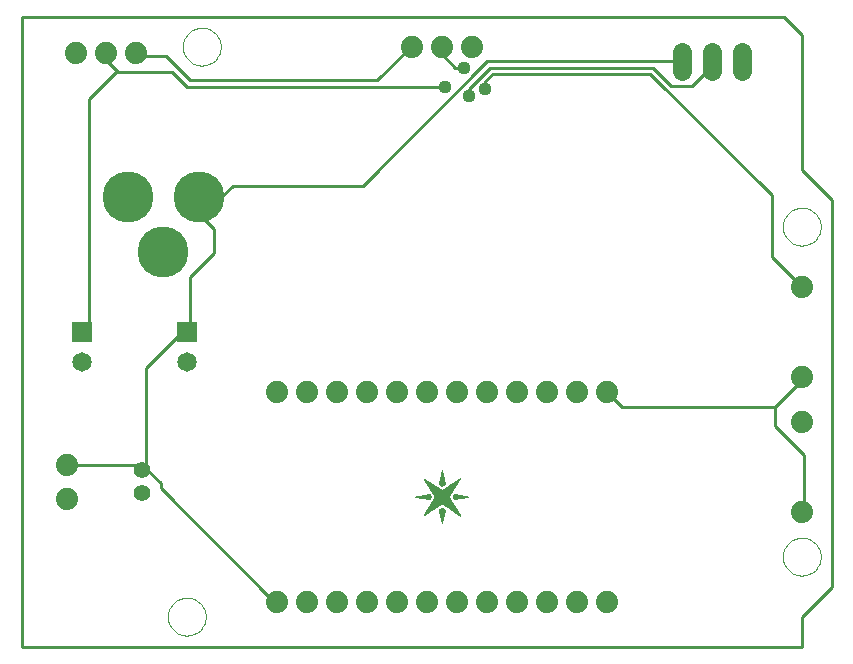
<source format=gtl>
G75*
G70*
%OFA0B0*%
%FSLAX24Y24*%
%IPPOS*%
%LPD*%
%AMOC8*
5,1,8,0,0,1.08239X$1,22.5*
%
%ADD10C,0.0100*%
%ADD11C,0.0000*%
%ADD12C,0.0740*%
%ADD13C,0.0640*%
%ADD14R,0.0650X0.0650*%
%ADD15C,0.0650*%
%ADD16C,0.0560*%
%ADD17C,0.1700*%
%ADD18C,0.0010*%
%ADD19C,0.0440*%
D10*
X000300Y000325D02*
X000300Y021325D01*
X025700Y021325D01*
X026300Y020725D01*
X026300Y016225D01*
X027300Y015225D01*
X027300Y002325D01*
X026300Y001325D01*
X026300Y000325D01*
X000300Y000325D01*
X004940Y005605D02*
X008720Y001825D01*
X008800Y001825D01*
X004940Y005605D02*
X004940Y005765D01*
X004415Y006290D01*
X004344Y006219D01*
X004300Y006219D01*
X004300Y006275D01*
X004200Y006375D01*
X001800Y006375D01*
X001800Y006395D01*
X004300Y006219D02*
X004450Y006325D01*
X004450Y009625D01*
X005650Y010825D01*
X005800Y010825D01*
X005900Y010925D01*
X005900Y012645D01*
X006700Y013445D01*
X006700Y014245D01*
X006380Y014565D01*
X006380Y015365D01*
X006234Y015365D01*
X006194Y015325D01*
X006380Y015365D02*
X007020Y015365D01*
X007340Y015685D01*
X011660Y015685D01*
X015820Y019845D01*
X022280Y019845D01*
X022300Y019825D01*
X022650Y019025D02*
X023300Y019675D01*
X023300Y019825D01*
X022650Y019025D02*
X021950Y019025D01*
X021350Y019625D01*
X015900Y019625D01*
X015200Y018925D01*
X015200Y018675D01*
X015750Y018925D02*
X015750Y019175D01*
X016000Y019425D01*
X021250Y019425D01*
X025300Y015375D01*
X025300Y013325D01*
X026300Y012325D01*
X026300Y009325D02*
X026300Y009205D01*
X025420Y008325D01*
X025420Y007685D01*
X026380Y006725D01*
X026380Y004905D01*
X026300Y004825D01*
X025420Y008325D02*
X020300Y008325D01*
X019800Y008825D01*
X005860Y010885D02*
X005800Y010825D01*
X002550Y011075D02*
X002300Y010825D01*
X002550Y011075D02*
X002550Y018575D01*
X003475Y019500D01*
X003100Y019875D01*
X003100Y020125D01*
X003475Y019500D02*
X003500Y019475D01*
X005300Y019475D01*
X005800Y018975D01*
X014400Y018975D01*
X014750Y019625D02*
X014300Y020075D01*
X014300Y020325D01*
X014750Y019625D02*
X015050Y019625D01*
X013300Y020325D02*
X013260Y020325D01*
X012140Y019205D01*
X005900Y019205D01*
X005100Y020005D01*
X004140Y020005D01*
X004100Y020125D01*
D11*
X005670Y020325D02*
X005672Y020375D01*
X005678Y020425D01*
X005688Y020474D01*
X005702Y020522D01*
X005719Y020569D01*
X005740Y020614D01*
X005765Y020658D01*
X005793Y020699D01*
X005825Y020738D01*
X005859Y020775D01*
X005896Y020809D01*
X005936Y020839D01*
X005978Y020866D01*
X006022Y020890D01*
X006068Y020911D01*
X006115Y020927D01*
X006163Y020940D01*
X006213Y020949D01*
X006262Y020954D01*
X006313Y020955D01*
X006363Y020952D01*
X006412Y020945D01*
X006461Y020934D01*
X006509Y020919D01*
X006555Y020901D01*
X006600Y020879D01*
X006643Y020853D01*
X006684Y020824D01*
X006723Y020792D01*
X006759Y020757D01*
X006791Y020719D01*
X006821Y020679D01*
X006848Y020636D01*
X006871Y020592D01*
X006890Y020546D01*
X006906Y020498D01*
X006918Y020449D01*
X006926Y020400D01*
X006930Y020350D01*
X006930Y020300D01*
X006926Y020250D01*
X006918Y020201D01*
X006906Y020152D01*
X006890Y020104D01*
X006871Y020058D01*
X006848Y020014D01*
X006821Y019971D01*
X006791Y019931D01*
X006759Y019893D01*
X006723Y019858D01*
X006684Y019826D01*
X006643Y019797D01*
X006600Y019771D01*
X006555Y019749D01*
X006509Y019731D01*
X006461Y019716D01*
X006412Y019705D01*
X006363Y019698D01*
X006313Y019695D01*
X006262Y019696D01*
X006213Y019701D01*
X006163Y019710D01*
X006115Y019723D01*
X006068Y019739D01*
X006022Y019760D01*
X005978Y019784D01*
X005936Y019811D01*
X005896Y019841D01*
X005859Y019875D01*
X005825Y019912D01*
X005793Y019951D01*
X005765Y019992D01*
X005740Y020036D01*
X005719Y020081D01*
X005702Y020128D01*
X005688Y020176D01*
X005678Y020225D01*
X005672Y020275D01*
X005670Y020325D01*
X025670Y014325D02*
X025672Y014375D01*
X025678Y014425D01*
X025688Y014474D01*
X025702Y014522D01*
X025719Y014569D01*
X025740Y014614D01*
X025765Y014658D01*
X025793Y014699D01*
X025825Y014738D01*
X025859Y014775D01*
X025896Y014809D01*
X025936Y014839D01*
X025978Y014866D01*
X026022Y014890D01*
X026068Y014911D01*
X026115Y014927D01*
X026163Y014940D01*
X026213Y014949D01*
X026262Y014954D01*
X026313Y014955D01*
X026363Y014952D01*
X026412Y014945D01*
X026461Y014934D01*
X026509Y014919D01*
X026555Y014901D01*
X026600Y014879D01*
X026643Y014853D01*
X026684Y014824D01*
X026723Y014792D01*
X026759Y014757D01*
X026791Y014719D01*
X026821Y014679D01*
X026848Y014636D01*
X026871Y014592D01*
X026890Y014546D01*
X026906Y014498D01*
X026918Y014449D01*
X026926Y014400D01*
X026930Y014350D01*
X026930Y014300D01*
X026926Y014250D01*
X026918Y014201D01*
X026906Y014152D01*
X026890Y014104D01*
X026871Y014058D01*
X026848Y014014D01*
X026821Y013971D01*
X026791Y013931D01*
X026759Y013893D01*
X026723Y013858D01*
X026684Y013826D01*
X026643Y013797D01*
X026600Y013771D01*
X026555Y013749D01*
X026509Y013731D01*
X026461Y013716D01*
X026412Y013705D01*
X026363Y013698D01*
X026313Y013695D01*
X026262Y013696D01*
X026213Y013701D01*
X026163Y013710D01*
X026115Y013723D01*
X026068Y013739D01*
X026022Y013760D01*
X025978Y013784D01*
X025936Y013811D01*
X025896Y013841D01*
X025859Y013875D01*
X025825Y013912D01*
X025793Y013951D01*
X025765Y013992D01*
X025740Y014036D01*
X025719Y014081D01*
X025702Y014128D01*
X025688Y014176D01*
X025678Y014225D01*
X025672Y014275D01*
X025670Y014325D01*
X025670Y003325D02*
X025672Y003375D01*
X025678Y003425D01*
X025688Y003474D01*
X025702Y003522D01*
X025719Y003569D01*
X025740Y003614D01*
X025765Y003658D01*
X025793Y003699D01*
X025825Y003738D01*
X025859Y003775D01*
X025896Y003809D01*
X025936Y003839D01*
X025978Y003866D01*
X026022Y003890D01*
X026068Y003911D01*
X026115Y003927D01*
X026163Y003940D01*
X026213Y003949D01*
X026262Y003954D01*
X026313Y003955D01*
X026363Y003952D01*
X026412Y003945D01*
X026461Y003934D01*
X026509Y003919D01*
X026555Y003901D01*
X026600Y003879D01*
X026643Y003853D01*
X026684Y003824D01*
X026723Y003792D01*
X026759Y003757D01*
X026791Y003719D01*
X026821Y003679D01*
X026848Y003636D01*
X026871Y003592D01*
X026890Y003546D01*
X026906Y003498D01*
X026918Y003449D01*
X026926Y003400D01*
X026930Y003350D01*
X026930Y003300D01*
X026926Y003250D01*
X026918Y003201D01*
X026906Y003152D01*
X026890Y003104D01*
X026871Y003058D01*
X026848Y003014D01*
X026821Y002971D01*
X026791Y002931D01*
X026759Y002893D01*
X026723Y002858D01*
X026684Y002826D01*
X026643Y002797D01*
X026600Y002771D01*
X026555Y002749D01*
X026509Y002731D01*
X026461Y002716D01*
X026412Y002705D01*
X026363Y002698D01*
X026313Y002695D01*
X026262Y002696D01*
X026213Y002701D01*
X026163Y002710D01*
X026115Y002723D01*
X026068Y002739D01*
X026022Y002760D01*
X025978Y002784D01*
X025936Y002811D01*
X025896Y002841D01*
X025859Y002875D01*
X025825Y002912D01*
X025793Y002951D01*
X025765Y002992D01*
X025740Y003036D01*
X025719Y003081D01*
X025702Y003128D01*
X025688Y003176D01*
X025678Y003225D01*
X025672Y003275D01*
X025670Y003325D01*
X005170Y001325D02*
X005172Y001375D01*
X005178Y001425D01*
X005188Y001474D01*
X005202Y001522D01*
X005219Y001569D01*
X005240Y001614D01*
X005265Y001658D01*
X005293Y001699D01*
X005325Y001738D01*
X005359Y001775D01*
X005396Y001809D01*
X005436Y001839D01*
X005478Y001866D01*
X005522Y001890D01*
X005568Y001911D01*
X005615Y001927D01*
X005663Y001940D01*
X005713Y001949D01*
X005762Y001954D01*
X005813Y001955D01*
X005863Y001952D01*
X005912Y001945D01*
X005961Y001934D01*
X006009Y001919D01*
X006055Y001901D01*
X006100Y001879D01*
X006143Y001853D01*
X006184Y001824D01*
X006223Y001792D01*
X006259Y001757D01*
X006291Y001719D01*
X006321Y001679D01*
X006348Y001636D01*
X006371Y001592D01*
X006390Y001546D01*
X006406Y001498D01*
X006418Y001449D01*
X006426Y001400D01*
X006430Y001350D01*
X006430Y001300D01*
X006426Y001250D01*
X006418Y001201D01*
X006406Y001152D01*
X006390Y001104D01*
X006371Y001058D01*
X006348Y001014D01*
X006321Y000971D01*
X006291Y000931D01*
X006259Y000893D01*
X006223Y000858D01*
X006184Y000826D01*
X006143Y000797D01*
X006100Y000771D01*
X006055Y000749D01*
X006009Y000731D01*
X005961Y000716D01*
X005912Y000705D01*
X005863Y000698D01*
X005813Y000695D01*
X005762Y000696D01*
X005713Y000701D01*
X005663Y000710D01*
X005615Y000723D01*
X005568Y000739D01*
X005522Y000760D01*
X005478Y000784D01*
X005436Y000811D01*
X005396Y000841D01*
X005359Y000875D01*
X005325Y000912D01*
X005293Y000951D01*
X005265Y000992D01*
X005240Y001036D01*
X005219Y001081D01*
X005202Y001128D01*
X005188Y001176D01*
X005178Y001225D01*
X005172Y001275D01*
X005170Y001325D01*
D12*
X008800Y001825D03*
X009800Y001825D03*
X010800Y001825D03*
X011800Y001825D03*
X012800Y001825D03*
X013800Y001825D03*
X014800Y001825D03*
X015800Y001825D03*
X016800Y001825D03*
X017800Y001825D03*
X018800Y001825D03*
X019800Y001825D03*
X026300Y004825D03*
X026300Y007825D03*
X026300Y009325D03*
X026300Y012325D03*
X019800Y008825D03*
X018800Y008825D03*
X017800Y008825D03*
X016800Y008825D03*
X015800Y008825D03*
X014800Y008825D03*
X013800Y008825D03*
X012800Y008825D03*
X011800Y008825D03*
X010800Y008825D03*
X009800Y008825D03*
X008800Y008825D03*
X001800Y006395D03*
X001800Y005255D03*
X002100Y020125D03*
X003100Y020125D03*
X004100Y020125D03*
X013300Y020325D03*
X014300Y020325D03*
X015300Y020325D03*
D13*
X022300Y020145D02*
X022300Y019505D01*
X023300Y019505D02*
X023300Y020145D01*
X024300Y020145D02*
X024300Y019505D01*
D14*
X005800Y010825D03*
X002300Y010825D03*
D15*
X002300Y009825D03*
X005800Y009825D03*
D16*
X004300Y006219D03*
X004300Y005431D03*
D17*
X005013Y013475D03*
X006194Y015325D03*
X003831Y015325D03*
D18*
X014300Y006205D02*
X014400Y005745D01*
X014300Y005685D01*
X014200Y005745D01*
X014300Y006205D01*
X014299Y006199D02*
X014301Y006199D01*
X014297Y006190D02*
X014303Y006190D01*
X014305Y006182D02*
X014295Y006182D01*
X014293Y006173D02*
X014307Y006173D01*
X014309Y006165D02*
X014291Y006165D01*
X014289Y006156D02*
X014311Y006156D01*
X014312Y006148D02*
X014288Y006148D01*
X014286Y006139D02*
X014314Y006139D01*
X014316Y006131D02*
X014284Y006131D01*
X014282Y006122D02*
X014318Y006122D01*
X014320Y006114D02*
X014280Y006114D01*
X014278Y006105D02*
X014322Y006105D01*
X014324Y006097D02*
X014276Y006097D01*
X014275Y006088D02*
X014325Y006088D01*
X014327Y006080D02*
X014273Y006080D01*
X014271Y006071D02*
X014329Y006071D01*
X014331Y006063D02*
X014269Y006063D01*
X014267Y006054D02*
X014333Y006054D01*
X014335Y006046D02*
X014265Y006046D01*
X014264Y006037D02*
X014336Y006037D01*
X014338Y006029D02*
X014262Y006029D01*
X014260Y006020D02*
X014340Y006020D01*
X014342Y006012D02*
X014258Y006012D01*
X014256Y006003D02*
X014344Y006003D01*
X014346Y005995D02*
X014254Y005995D01*
X014252Y005986D02*
X014348Y005986D01*
X014349Y005978D02*
X014251Y005978D01*
X014249Y005969D02*
X014351Y005969D01*
X014353Y005961D02*
X014247Y005961D01*
X014245Y005952D02*
X014355Y005952D01*
X014357Y005944D02*
X014243Y005944D01*
X014241Y005935D02*
X014359Y005935D01*
X014361Y005927D02*
X014239Y005927D01*
X014238Y005918D02*
X014362Y005918D01*
X014364Y005910D02*
X014236Y005910D01*
X014234Y005901D02*
X014366Y005901D01*
X014368Y005893D02*
X014232Y005893D01*
X014230Y005884D02*
X014370Y005884D01*
X014372Y005876D02*
X014228Y005876D01*
X014227Y005867D02*
X014373Y005867D01*
X014375Y005859D02*
X014225Y005859D01*
X014223Y005850D02*
X014377Y005850D01*
X014379Y005842D02*
X014221Y005842D01*
X014219Y005833D02*
X014381Y005833D01*
X014383Y005825D02*
X014217Y005825D01*
X014215Y005816D02*
X014385Y005816D01*
X014386Y005808D02*
X014214Y005808D01*
X014212Y005799D02*
X014388Y005799D01*
X014390Y005791D02*
X014210Y005791D01*
X014208Y005782D02*
X014392Y005782D01*
X014394Y005774D02*
X014206Y005774D01*
X014204Y005765D02*
X014396Y005765D01*
X014397Y005757D02*
X014203Y005757D01*
X014201Y005748D02*
X014399Y005748D01*
X014391Y005740D02*
X014209Y005740D01*
X014223Y005731D02*
X014377Y005731D01*
X014363Y005723D02*
X014237Y005723D01*
X014251Y005714D02*
X014349Y005714D01*
X014334Y005706D02*
X014266Y005706D01*
X014280Y005697D02*
X014320Y005697D01*
X014306Y005689D02*
X014294Y005689D01*
X014233Y005587D02*
X013904Y005587D01*
X013899Y005595D02*
X014219Y005595D01*
X014206Y005604D02*
X013894Y005604D01*
X013888Y005612D02*
X014192Y005612D01*
X014179Y005621D02*
X013883Y005621D01*
X013877Y005629D02*
X014165Y005629D01*
X014151Y005638D02*
X013872Y005638D01*
X013867Y005646D02*
X014138Y005646D01*
X014124Y005655D02*
X013861Y005655D01*
X013856Y005663D02*
X014110Y005663D01*
X014097Y005672D02*
X013850Y005672D01*
X013845Y005680D02*
X014083Y005680D01*
X014069Y005689D02*
X013840Y005689D01*
X013834Y005697D02*
X014056Y005697D01*
X014042Y005706D02*
X013829Y005706D01*
X013824Y005714D02*
X014028Y005714D01*
X014015Y005723D02*
X013818Y005723D01*
X013813Y005731D02*
X014001Y005731D01*
X013988Y005740D02*
X013807Y005740D01*
X013802Y005748D02*
X013974Y005748D01*
X013960Y005757D02*
X013797Y005757D01*
X013791Y005765D02*
X013947Y005765D01*
X013933Y005774D02*
X013786Y005774D01*
X013780Y005782D02*
X013919Y005782D01*
X013906Y005791D02*
X013775Y005791D01*
X013770Y005799D02*
X013892Y005799D01*
X013878Y005808D02*
X013764Y005808D01*
X013759Y005816D02*
X013865Y005816D01*
X013851Y005825D02*
X013754Y005825D01*
X013748Y005833D02*
X013837Y005833D01*
X013824Y005842D02*
X013743Y005842D01*
X013737Y005850D02*
X013810Y005850D01*
X013796Y005859D02*
X013732Y005859D01*
X013727Y005867D02*
X013783Y005867D01*
X013769Y005876D02*
X013721Y005876D01*
X013716Y005884D02*
X013756Y005884D01*
X013742Y005893D02*
X013710Y005893D01*
X013705Y005901D02*
X013728Y005901D01*
X013715Y005910D02*
X013700Y005910D01*
X013701Y005918D02*
X013694Y005918D01*
X013690Y005925D02*
X014300Y005545D01*
X014900Y005935D01*
X014520Y005325D01*
X014920Y004695D01*
X014300Y005105D01*
X013690Y004705D01*
X014070Y005325D01*
X013690Y005925D01*
X013910Y005578D02*
X014247Y005578D01*
X014260Y005570D02*
X013915Y005570D01*
X013920Y005561D02*
X014274Y005561D01*
X014288Y005553D02*
X013926Y005553D01*
X013931Y005544D02*
X014657Y005544D01*
X014662Y005553D02*
X014312Y005553D01*
X014325Y005561D02*
X014667Y005561D01*
X014672Y005570D02*
X014338Y005570D01*
X014351Y005578D02*
X014678Y005578D01*
X014683Y005587D02*
X014364Y005587D01*
X014377Y005595D02*
X014688Y005595D01*
X014694Y005604D02*
X014390Y005604D01*
X014403Y005612D02*
X014699Y005612D01*
X014704Y005621D02*
X014416Y005621D01*
X014429Y005629D02*
X014709Y005629D01*
X014715Y005638D02*
X014443Y005638D01*
X014456Y005646D02*
X014720Y005646D01*
X014725Y005655D02*
X014469Y005655D01*
X014482Y005663D02*
X014731Y005663D01*
X014736Y005672D02*
X014495Y005672D01*
X014508Y005680D02*
X014741Y005680D01*
X014747Y005689D02*
X014521Y005689D01*
X014534Y005697D02*
X014752Y005697D01*
X014757Y005706D02*
X014547Y005706D01*
X014560Y005714D02*
X014762Y005714D01*
X014768Y005723D02*
X014573Y005723D01*
X014586Y005731D02*
X014773Y005731D01*
X014778Y005740D02*
X014599Y005740D01*
X014613Y005748D02*
X014784Y005748D01*
X014789Y005757D02*
X014626Y005757D01*
X014639Y005765D02*
X014794Y005765D01*
X014799Y005774D02*
X014652Y005774D01*
X014665Y005782D02*
X014805Y005782D01*
X014810Y005791D02*
X014678Y005791D01*
X014691Y005799D02*
X014815Y005799D01*
X014821Y005808D02*
X014704Y005808D01*
X014717Y005816D02*
X014826Y005816D01*
X014831Y005825D02*
X014730Y005825D01*
X014743Y005833D02*
X014837Y005833D01*
X014842Y005842D02*
X014756Y005842D01*
X014769Y005850D02*
X014847Y005850D01*
X014852Y005859D02*
X014783Y005859D01*
X014796Y005867D02*
X014858Y005867D01*
X014863Y005876D02*
X014809Y005876D01*
X014822Y005884D02*
X014868Y005884D01*
X014874Y005893D02*
X014835Y005893D01*
X014848Y005901D02*
X014879Y005901D01*
X014884Y005910D02*
X014861Y005910D01*
X014874Y005918D02*
X014890Y005918D01*
X014887Y005927D02*
X014895Y005927D01*
X014651Y005536D02*
X013937Y005536D01*
X013942Y005527D02*
X014646Y005527D01*
X014641Y005519D02*
X013947Y005519D01*
X013953Y005510D02*
X014635Y005510D01*
X014630Y005502D02*
X013958Y005502D01*
X013964Y005493D02*
X014625Y005493D01*
X014619Y005485D02*
X013969Y005485D01*
X013974Y005476D02*
X014614Y005476D01*
X014609Y005468D02*
X013980Y005468D01*
X013985Y005459D02*
X014604Y005459D01*
X014598Y005451D02*
X013990Y005451D01*
X013996Y005442D02*
X014593Y005442D01*
X014588Y005434D02*
X014001Y005434D01*
X014007Y005425D02*
X014582Y005425D01*
X014577Y005417D02*
X014012Y005417D01*
X014017Y005408D02*
X014572Y005408D01*
X014567Y005400D02*
X014023Y005400D01*
X014028Y005391D02*
X014561Y005391D01*
X014556Y005383D02*
X014033Y005383D01*
X014039Y005374D02*
X014551Y005374D01*
X014545Y005366D02*
X014044Y005366D01*
X014050Y005357D02*
X014540Y005357D01*
X014535Y005349D02*
X014055Y005349D01*
X014060Y005340D02*
X014529Y005340D01*
X014524Y005332D02*
X014066Y005332D01*
X014069Y005323D02*
X014521Y005323D01*
X014527Y005315D02*
X014064Y005315D01*
X014058Y005306D02*
X014532Y005306D01*
X014537Y005298D02*
X014053Y005298D01*
X014048Y005289D02*
X014543Y005289D01*
X014548Y005281D02*
X014043Y005281D01*
X014038Y005272D02*
X014554Y005272D01*
X014559Y005264D02*
X014032Y005264D01*
X014027Y005255D02*
X014564Y005255D01*
X014570Y005247D02*
X014022Y005247D01*
X014017Y005238D02*
X014575Y005238D01*
X014581Y005230D02*
X014012Y005230D01*
X014006Y005221D02*
X014586Y005221D01*
X014591Y005213D02*
X014001Y005213D01*
X013996Y005204D02*
X014597Y005204D01*
X014602Y005196D02*
X013991Y005196D01*
X013986Y005187D02*
X014608Y005187D01*
X014613Y005179D02*
X013980Y005179D01*
X013975Y005170D02*
X014618Y005170D01*
X014624Y005162D02*
X013970Y005162D01*
X013965Y005153D02*
X014629Y005153D01*
X014635Y005145D02*
X013959Y005145D01*
X013954Y005136D02*
X014640Y005136D01*
X014645Y005128D02*
X013949Y005128D01*
X013944Y005119D02*
X014651Y005119D01*
X014656Y005111D02*
X013939Y005111D01*
X013933Y005102D02*
X014296Y005102D01*
X014304Y005102D02*
X014661Y005102D01*
X014667Y005094D02*
X014317Y005094D01*
X014330Y005085D02*
X014672Y005085D01*
X014678Y005077D02*
X014343Y005077D01*
X014356Y005068D02*
X014683Y005068D01*
X014688Y005060D02*
X014369Y005060D01*
X014381Y005051D02*
X014694Y005051D01*
X014699Y005043D02*
X014394Y005043D01*
X014407Y005034D02*
X014705Y005034D01*
X014710Y005026D02*
X014420Y005026D01*
X014433Y005017D02*
X014715Y005017D01*
X014721Y005009D02*
X014446Y005009D01*
X014459Y005000D02*
X014726Y005000D01*
X014732Y004992D02*
X014471Y004992D01*
X014484Y004983D02*
X014737Y004983D01*
X014742Y004975D02*
X014497Y004975D01*
X014510Y004966D02*
X014748Y004966D01*
X014753Y004958D02*
X014523Y004958D01*
X014536Y004949D02*
X014759Y004949D01*
X014764Y004941D02*
X014549Y004941D01*
X014561Y004932D02*
X014769Y004932D01*
X014775Y004924D02*
X014574Y004924D01*
X014587Y004915D02*
X014780Y004915D01*
X014786Y004907D02*
X014600Y004907D01*
X014613Y004898D02*
X014791Y004898D01*
X014796Y004890D02*
X014626Y004890D01*
X014639Y004881D02*
X014802Y004881D01*
X014807Y004873D02*
X014651Y004873D01*
X014664Y004864D02*
X014813Y004864D01*
X014818Y004856D02*
X014677Y004856D01*
X014690Y004847D02*
X014823Y004847D01*
X014829Y004839D02*
X014703Y004839D01*
X014716Y004830D02*
X014834Y004830D01*
X014840Y004822D02*
X014729Y004822D01*
X014741Y004813D02*
X014845Y004813D01*
X014850Y004805D02*
X014754Y004805D01*
X014767Y004796D02*
X014856Y004796D01*
X014861Y004788D02*
X014780Y004788D01*
X014793Y004779D02*
X014867Y004779D01*
X014872Y004771D02*
X014806Y004771D01*
X014818Y004762D02*
X014877Y004762D01*
X014883Y004754D02*
X014831Y004754D01*
X014844Y004745D02*
X014888Y004745D01*
X014894Y004737D02*
X014857Y004737D01*
X014870Y004728D02*
X014899Y004728D01*
X014904Y004720D02*
X014883Y004720D01*
X014896Y004711D02*
X014910Y004711D01*
X014908Y004703D02*
X014915Y004703D01*
X014386Y004822D02*
X014214Y004822D01*
X014212Y004830D02*
X014388Y004830D01*
X014389Y004839D02*
X014211Y004839D01*
X014209Y004847D02*
X014391Y004847D01*
X014393Y004856D02*
X014207Y004856D01*
X014205Y004864D02*
X014395Y004864D01*
X014397Y004873D02*
X014203Y004873D01*
X014201Y004881D02*
X014399Y004881D01*
X014400Y004885D02*
X014300Y004955D01*
X014200Y004885D01*
X014300Y004445D01*
X014400Y004885D01*
X014393Y004890D02*
X014207Y004890D01*
X014219Y004898D02*
X014381Y004898D01*
X014369Y004907D02*
X014231Y004907D01*
X014243Y004915D02*
X014357Y004915D01*
X014345Y004924D02*
X014255Y004924D01*
X014267Y004932D02*
X014333Y004932D01*
X014321Y004941D02*
X014279Y004941D01*
X014292Y004949D02*
X014308Y004949D01*
X014231Y005060D02*
X013907Y005060D01*
X013913Y005068D02*
X014244Y005068D01*
X014257Y005077D02*
X013918Y005077D01*
X013923Y005085D02*
X014270Y005085D01*
X014283Y005094D02*
X013928Y005094D01*
X013902Y005051D02*
X014218Y005051D01*
X014205Y005043D02*
X013897Y005043D01*
X013892Y005034D02*
X014192Y005034D01*
X014179Y005026D02*
X013887Y005026D01*
X013881Y005017D02*
X014166Y005017D01*
X014153Y005009D02*
X013876Y005009D01*
X013871Y005000D02*
X014140Y005000D01*
X014127Y004992D02*
X013866Y004992D01*
X013860Y004983D02*
X014114Y004983D01*
X014101Y004975D02*
X013855Y004975D01*
X013850Y004966D02*
X014088Y004966D01*
X014075Y004958D02*
X013845Y004958D01*
X013840Y004949D02*
X014062Y004949D01*
X014049Y004941D02*
X013834Y004941D01*
X013829Y004932D02*
X014036Y004932D01*
X014023Y004924D02*
X013824Y004924D01*
X013819Y004915D02*
X014010Y004915D01*
X013997Y004907D02*
X013814Y004907D01*
X013808Y004898D02*
X013985Y004898D01*
X013972Y004890D02*
X013803Y004890D01*
X013798Y004881D02*
X013959Y004881D01*
X013946Y004873D02*
X013793Y004873D01*
X013788Y004864D02*
X013933Y004864D01*
X013920Y004856D02*
X013782Y004856D01*
X013777Y004847D02*
X013907Y004847D01*
X013894Y004839D02*
X013772Y004839D01*
X013767Y004830D02*
X013881Y004830D01*
X013868Y004822D02*
X013761Y004822D01*
X013756Y004813D02*
X013855Y004813D01*
X013842Y004805D02*
X013751Y004805D01*
X013746Y004796D02*
X013829Y004796D01*
X013816Y004788D02*
X013741Y004788D01*
X013735Y004779D02*
X013803Y004779D01*
X013790Y004771D02*
X013730Y004771D01*
X013725Y004762D02*
X013777Y004762D01*
X013764Y004754D02*
X013720Y004754D01*
X013715Y004745D02*
X013751Y004745D01*
X013738Y004737D02*
X013709Y004737D01*
X013704Y004728D02*
X013725Y004728D01*
X013712Y004720D02*
X013699Y004720D01*
X013699Y004711D02*
X013694Y004711D01*
X014216Y004813D02*
X014384Y004813D01*
X014382Y004805D02*
X014218Y004805D01*
X014220Y004796D02*
X014380Y004796D01*
X014378Y004788D02*
X014222Y004788D01*
X014224Y004779D02*
X014376Y004779D01*
X014374Y004771D02*
X014226Y004771D01*
X014228Y004762D02*
X014372Y004762D01*
X014370Y004754D02*
X014230Y004754D01*
X014232Y004745D02*
X014368Y004745D01*
X014366Y004737D02*
X014234Y004737D01*
X014236Y004728D02*
X014364Y004728D01*
X014362Y004720D02*
X014238Y004720D01*
X014240Y004711D02*
X014360Y004711D01*
X014359Y004703D02*
X014241Y004703D01*
X014243Y004694D02*
X014357Y004694D01*
X014355Y004686D02*
X014245Y004686D01*
X014247Y004677D02*
X014353Y004677D01*
X014351Y004669D02*
X014249Y004669D01*
X014251Y004660D02*
X014349Y004660D01*
X014347Y004652D02*
X014253Y004652D01*
X014255Y004643D02*
X014345Y004643D01*
X014343Y004635D02*
X014257Y004635D01*
X014259Y004626D02*
X014341Y004626D01*
X014339Y004618D02*
X014261Y004618D01*
X014263Y004609D02*
X014337Y004609D01*
X014335Y004601D02*
X014265Y004601D01*
X014267Y004592D02*
X014333Y004592D01*
X014332Y004584D02*
X014268Y004584D01*
X014270Y004575D02*
X014330Y004575D01*
X014328Y004567D02*
X014272Y004567D01*
X014274Y004558D02*
X014326Y004558D01*
X014324Y004550D02*
X014276Y004550D01*
X014278Y004541D02*
X014322Y004541D01*
X014320Y004533D02*
X014280Y004533D01*
X014282Y004524D02*
X014318Y004524D01*
X014316Y004516D02*
X014284Y004516D01*
X014286Y004507D02*
X014314Y004507D01*
X014312Y004499D02*
X014288Y004499D01*
X014290Y004490D02*
X014310Y004490D01*
X014308Y004482D02*
X014292Y004482D01*
X014294Y004473D02*
X014306Y004473D01*
X014304Y004465D02*
X014296Y004465D01*
X014297Y004456D02*
X014303Y004456D01*
X014299Y004448D02*
X014301Y004448D01*
X014720Y005235D02*
X015160Y005325D01*
X014720Y005415D01*
X014660Y005325D01*
X014720Y005235D01*
X014718Y005238D02*
X014735Y005238D01*
X014712Y005247D02*
X014777Y005247D01*
X014818Y005255D02*
X014707Y005255D01*
X014701Y005264D02*
X014860Y005264D01*
X014902Y005272D02*
X014695Y005272D01*
X014690Y005281D02*
X014943Y005281D01*
X014985Y005289D02*
X014684Y005289D01*
X014678Y005298D02*
X015026Y005298D01*
X015068Y005306D02*
X014673Y005306D01*
X014667Y005315D02*
X015109Y005315D01*
X015128Y005332D02*
X014664Y005332D01*
X014661Y005323D02*
X015151Y005323D01*
X015086Y005340D02*
X014670Y005340D01*
X014676Y005349D02*
X015044Y005349D01*
X015003Y005357D02*
X014681Y005357D01*
X014687Y005366D02*
X014961Y005366D01*
X014920Y005374D02*
X014693Y005374D01*
X014698Y005383D02*
X014878Y005383D01*
X014837Y005391D02*
X014704Y005391D01*
X014710Y005400D02*
X014795Y005400D01*
X014754Y005408D02*
X014715Y005408D01*
X013940Y005325D02*
X013880Y005235D01*
X013420Y005325D01*
X013880Y005415D01*
X013940Y005325D01*
X013939Y005323D02*
X013429Y005323D01*
X013454Y005332D02*
X013936Y005332D01*
X013930Y005340D02*
X013497Y005340D01*
X013473Y005315D02*
X013933Y005315D01*
X013927Y005306D02*
X013516Y005306D01*
X013560Y005298D02*
X013922Y005298D01*
X013916Y005289D02*
X013603Y005289D01*
X013647Y005281D02*
X013910Y005281D01*
X013905Y005272D02*
X013690Y005272D01*
X013734Y005264D02*
X013899Y005264D01*
X013893Y005255D02*
X013777Y005255D01*
X013820Y005247D02*
X013888Y005247D01*
X013882Y005238D02*
X013864Y005238D01*
X013924Y005349D02*
X013541Y005349D01*
X013584Y005357D02*
X013919Y005357D01*
X013913Y005366D02*
X013628Y005366D01*
X013671Y005374D02*
X013907Y005374D01*
X013902Y005383D02*
X013715Y005383D01*
X013758Y005391D02*
X013896Y005391D01*
X013890Y005400D02*
X013802Y005400D01*
X013845Y005408D02*
X013885Y005408D01*
D19*
X015200Y018675D03*
X015750Y018925D03*
X015050Y019625D03*
X014400Y018975D03*
M02*

</source>
